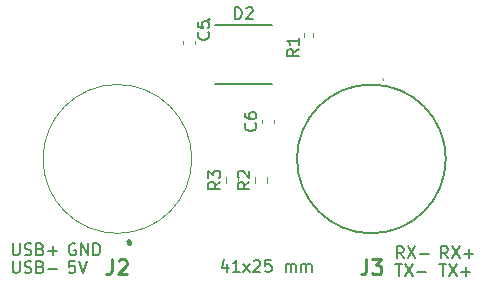
<source format=gto>
%TF.GenerationSoftware,KiCad,Pcbnew,9.0.4*%
%TF.CreationDate,2026-02-10T01:39:38-05:00*%
%TF.ProjectId,main_board_peripheral_v3,6d61696e-5f62-46f6-9172-645f70657269,rev?*%
%TF.SameCoordinates,Original*%
%TF.FileFunction,Legend,Top*%
%TF.FilePolarity,Positive*%
%FSLAX46Y46*%
G04 Gerber Fmt 4.6, Leading zero omitted, Abs format (unit mm)*
G04 Created by KiCad (PCBNEW 9.0.4) date 2026-02-10 01:39:38*
%MOMM*%
%LPD*%
G01*
G04 APERTURE LIST*
%ADD10C,0.200000*%
%ADD11C,0.254000*%
%ADD12C,0.150000*%
%ADD13C,0.100000*%
%ADD14C,0.400000*%
%ADD15C,0.120000*%
%ADD16C,0.127000*%
G04 APERTURE END LIST*
D10*
X100413863Y-101463219D02*
X99937673Y-101463219D01*
X99937673Y-101463219D02*
X99890054Y-101939409D01*
X99890054Y-101939409D02*
X99937673Y-101891790D01*
X99937673Y-101891790D02*
X100032911Y-101844171D01*
X100032911Y-101844171D02*
X100271006Y-101844171D01*
X100271006Y-101844171D02*
X100366244Y-101891790D01*
X100366244Y-101891790D02*
X100413863Y-101939409D01*
X100413863Y-101939409D02*
X100461482Y-102034647D01*
X100461482Y-102034647D02*
X100461482Y-102272742D01*
X100461482Y-102272742D02*
X100413863Y-102367980D01*
X100413863Y-102367980D02*
X100366244Y-102415600D01*
X100366244Y-102415600D02*
X100271006Y-102463219D01*
X100271006Y-102463219D02*
X100032911Y-102463219D01*
X100032911Y-102463219D02*
X99937673Y-102415600D01*
X99937673Y-102415600D02*
X99890054Y-102367980D01*
X100747197Y-101463219D02*
X101080530Y-102463219D01*
X101080530Y-102463219D02*
X101413863Y-101463219D01*
X131290816Y-101717219D02*
X131862244Y-101717219D01*
X131576530Y-102717219D02*
X131576530Y-101717219D01*
X132100340Y-101717219D02*
X132767006Y-102717219D01*
X132767006Y-101717219D02*
X132100340Y-102717219D01*
X133147959Y-102336266D02*
X133909864Y-102336266D01*
X133528911Y-102717219D02*
X133528911Y-101955314D01*
X128255101Y-101213219D02*
X127921768Y-100737028D01*
X127683673Y-101213219D02*
X127683673Y-100213219D01*
X127683673Y-100213219D02*
X128064625Y-100213219D01*
X128064625Y-100213219D02*
X128159863Y-100260838D01*
X128159863Y-100260838D02*
X128207482Y-100308457D01*
X128207482Y-100308457D02*
X128255101Y-100403695D01*
X128255101Y-100403695D02*
X128255101Y-100546552D01*
X128255101Y-100546552D02*
X128207482Y-100641790D01*
X128207482Y-100641790D02*
X128159863Y-100689409D01*
X128159863Y-100689409D02*
X128064625Y-100737028D01*
X128064625Y-100737028D02*
X127683673Y-100737028D01*
X128588435Y-100213219D02*
X129255101Y-101213219D01*
X129255101Y-100213219D02*
X128588435Y-101213219D01*
X129636054Y-100832266D02*
X130397959Y-100832266D01*
X95163673Y-99959219D02*
X95163673Y-100768742D01*
X95163673Y-100768742D02*
X95211292Y-100863980D01*
X95211292Y-100863980D02*
X95258911Y-100911600D01*
X95258911Y-100911600D02*
X95354149Y-100959219D01*
X95354149Y-100959219D02*
X95544625Y-100959219D01*
X95544625Y-100959219D02*
X95639863Y-100911600D01*
X95639863Y-100911600D02*
X95687482Y-100863980D01*
X95687482Y-100863980D02*
X95735101Y-100768742D01*
X95735101Y-100768742D02*
X95735101Y-99959219D01*
X96163673Y-100911600D02*
X96306530Y-100959219D01*
X96306530Y-100959219D02*
X96544625Y-100959219D01*
X96544625Y-100959219D02*
X96639863Y-100911600D01*
X96639863Y-100911600D02*
X96687482Y-100863980D01*
X96687482Y-100863980D02*
X96735101Y-100768742D01*
X96735101Y-100768742D02*
X96735101Y-100673504D01*
X96735101Y-100673504D02*
X96687482Y-100578266D01*
X96687482Y-100578266D02*
X96639863Y-100530647D01*
X96639863Y-100530647D02*
X96544625Y-100483028D01*
X96544625Y-100483028D02*
X96354149Y-100435409D01*
X96354149Y-100435409D02*
X96258911Y-100387790D01*
X96258911Y-100387790D02*
X96211292Y-100340171D01*
X96211292Y-100340171D02*
X96163673Y-100244933D01*
X96163673Y-100244933D02*
X96163673Y-100149695D01*
X96163673Y-100149695D02*
X96211292Y-100054457D01*
X96211292Y-100054457D02*
X96258911Y-100006838D01*
X96258911Y-100006838D02*
X96354149Y-99959219D01*
X96354149Y-99959219D02*
X96592244Y-99959219D01*
X96592244Y-99959219D02*
X96735101Y-100006838D01*
X97497006Y-100435409D02*
X97639863Y-100483028D01*
X97639863Y-100483028D02*
X97687482Y-100530647D01*
X97687482Y-100530647D02*
X97735101Y-100625885D01*
X97735101Y-100625885D02*
X97735101Y-100768742D01*
X97735101Y-100768742D02*
X97687482Y-100863980D01*
X97687482Y-100863980D02*
X97639863Y-100911600D01*
X97639863Y-100911600D02*
X97544625Y-100959219D01*
X97544625Y-100959219D02*
X97163673Y-100959219D01*
X97163673Y-100959219D02*
X97163673Y-99959219D01*
X97163673Y-99959219D02*
X97497006Y-99959219D01*
X97497006Y-99959219D02*
X97592244Y-100006838D01*
X97592244Y-100006838D02*
X97639863Y-100054457D01*
X97639863Y-100054457D02*
X97687482Y-100149695D01*
X97687482Y-100149695D02*
X97687482Y-100244933D01*
X97687482Y-100244933D02*
X97639863Y-100340171D01*
X97639863Y-100340171D02*
X97592244Y-100387790D01*
X97592244Y-100387790D02*
X97497006Y-100435409D01*
X97497006Y-100435409D02*
X97163673Y-100435409D01*
X98163673Y-100578266D02*
X98925578Y-100578266D01*
X98544625Y-100959219D02*
X98544625Y-100197314D01*
X127540816Y-101717219D02*
X128112244Y-101717219D01*
X127826530Y-102717219D02*
X127826530Y-101717219D01*
X128350340Y-101717219D02*
X129017006Y-102717219D01*
X129017006Y-101717219D02*
X128350340Y-102717219D01*
X129397959Y-102336266D02*
X130159864Y-102336266D01*
X95163673Y-101463219D02*
X95163673Y-102272742D01*
X95163673Y-102272742D02*
X95211292Y-102367980D01*
X95211292Y-102367980D02*
X95258911Y-102415600D01*
X95258911Y-102415600D02*
X95354149Y-102463219D01*
X95354149Y-102463219D02*
X95544625Y-102463219D01*
X95544625Y-102463219D02*
X95639863Y-102415600D01*
X95639863Y-102415600D02*
X95687482Y-102367980D01*
X95687482Y-102367980D02*
X95735101Y-102272742D01*
X95735101Y-102272742D02*
X95735101Y-101463219D01*
X96163673Y-102415600D02*
X96306530Y-102463219D01*
X96306530Y-102463219D02*
X96544625Y-102463219D01*
X96544625Y-102463219D02*
X96639863Y-102415600D01*
X96639863Y-102415600D02*
X96687482Y-102367980D01*
X96687482Y-102367980D02*
X96735101Y-102272742D01*
X96735101Y-102272742D02*
X96735101Y-102177504D01*
X96735101Y-102177504D02*
X96687482Y-102082266D01*
X96687482Y-102082266D02*
X96639863Y-102034647D01*
X96639863Y-102034647D02*
X96544625Y-101987028D01*
X96544625Y-101987028D02*
X96354149Y-101939409D01*
X96354149Y-101939409D02*
X96258911Y-101891790D01*
X96258911Y-101891790D02*
X96211292Y-101844171D01*
X96211292Y-101844171D02*
X96163673Y-101748933D01*
X96163673Y-101748933D02*
X96163673Y-101653695D01*
X96163673Y-101653695D02*
X96211292Y-101558457D01*
X96211292Y-101558457D02*
X96258911Y-101510838D01*
X96258911Y-101510838D02*
X96354149Y-101463219D01*
X96354149Y-101463219D02*
X96592244Y-101463219D01*
X96592244Y-101463219D02*
X96735101Y-101510838D01*
X97497006Y-101939409D02*
X97639863Y-101987028D01*
X97639863Y-101987028D02*
X97687482Y-102034647D01*
X97687482Y-102034647D02*
X97735101Y-102129885D01*
X97735101Y-102129885D02*
X97735101Y-102272742D01*
X97735101Y-102272742D02*
X97687482Y-102367980D01*
X97687482Y-102367980D02*
X97639863Y-102415600D01*
X97639863Y-102415600D02*
X97544625Y-102463219D01*
X97544625Y-102463219D02*
X97163673Y-102463219D01*
X97163673Y-102463219D02*
X97163673Y-101463219D01*
X97163673Y-101463219D02*
X97497006Y-101463219D01*
X97497006Y-101463219D02*
X97592244Y-101510838D01*
X97592244Y-101510838D02*
X97639863Y-101558457D01*
X97639863Y-101558457D02*
X97687482Y-101653695D01*
X97687482Y-101653695D02*
X97687482Y-101748933D01*
X97687482Y-101748933D02*
X97639863Y-101844171D01*
X97639863Y-101844171D02*
X97592244Y-101891790D01*
X97592244Y-101891790D02*
X97497006Y-101939409D01*
X97497006Y-101939409D02*
X97163673Y-101939409D01*
X98163673Y-102082266D02*
X98925578Y-102082266D01*
X100461482Y-100006838D02*
X100366244Y-99959219D01*
X100366244Y-99959219D02*
X100223387Y-99959219D01*
X100223387Y-99959219D02*
X100080530Y-100006838D01*
X100080530Y-100006838D02*
X99985292Y-100102076D01*
X99985292Y-100102076D02*
X99937673Y-100197314D01*
X99937673Y-100197314D02*
X99890054Y-100387790D01*
X99890054Y-100387790D02*
X99890054Y-100530647D01*
X99890054Y-100530647D02*
X99937673Y-100721123D01*
X99937673Y-100721123D02*
X99985292Y-100816361D01*
X99985292Y-100816361D02*
X100080530Y-100911600D01*
X100080530Y-100911600D02*
X100223387Y-100959219D01*
X100223387Y-100959219D02*
X100318625Y-100959219D01*
X100318625Y-100959219D02*
X100461482Y-100911600D01*
X100461482Y-100911600D02*
X100509101Y-100863980D01*
X100509101Y-100863980D02*
X100509101Y-100530647D01*
X100509101Y-100530647D02*
X100318625Y-100530647D01*
X100937673Y-100959219D02*
X100937673Y-99959219D01*
X100937673Y-99959219D02*
X101509101Y-100959219D01*
X101509101Y-100959219D02*
X101509101Y-99959219D01*
X101985292Y-100959219D02*
X101985292Y-99959219D01*
X101985292Y-99959219D02*
X102223387Y-99959219D01*
X102223387Y-99959219D02*
X102366244Y-100006838D01*
X102366244Y-100006838D02*
X102461482Y-100102076D01*
X102461482Y-100102076D02*
X102509101Y-100197314D01*
X102509101Y-100197314D02*
X102556720Y-100387790D01*
X102556720Y-100387790D02*
X102556720Y-100530647D01*
X102556720Y-100530647D02*
X102509101Y-100721123D01*
X102509101Y-100721123D02*
X102461482Y-100816361D01*
X102461482Y-100816361D02*
X102366244Y-100911600D01*
X102366244Y-100911600D02*
X102223387Y-100959219D01*
X102223387Y-100959219D02*
X101985292Y-100959219D01*
X113318244Y-101690552D02*
X113318244Y-102357219D01*
X113080149Y-101309600D02*
X112842054Y-102023885D01*
X112842054Y-102023885D02*
X113461101Y-102023885D01*
X114365863Y-102357219D02*
X113794435Y-102357219D01*
X114080149Y-102357219D02*
X114080149Y-101357219D01*
X114080149Y-101357219D02*
X113984911Y-101500076D01*
X113984911Y-101500076D02*
X113889673Y-101595314D01*
X113889673Y-101595314D02*
X113794435Y-101642933D01*
X114699197Y-102357219D02*
X115223006Y-101690552D01*
X114699197Y-101690552D02*
X115223006Y-102357219D01*
X115556340Y-101452457D02*
X115603959Y-101404838D01*
X115603959Y-101404838D02*
X115699197Y-101357219D01*
X115699197Y-101357219D02*
X115937292Y-101357219D01*
X115937292Y-101357219D02*
X116032530Y-101404838D01*
X116032530Y-101404838D02*
X116080149Y-101452457D01*
X116080149Y-101452457D02*
X116127768Y-101547695D01*
X116127768Y-101547695D02*
X116127768Y-101642933D01*
X116127768Y-101642933D02*
X116080149Y-101785790D01*
X116080149Y-101785790D02*
X115508721Y-102357219D01*
X115508721Y-102357219D02*
X116127768Y-102357219D01*
X117032530Y-101357219D02*
X116556340Y-101357219D01*
X116556340Y-101357219D02*
X116508721Y-101833409D01*
X116508721Y-101833409D02*
X116556340Y-101785790D01*
X116556340Y-101785790D02*
X116651578Y-101738171D01*
X116651578Y-101738171D02*
X116889673Y-101738171D01*
X116889673Y-101738171D02*
X116984911Y-101785790D01*
X116984911Y-101785790D02*
X117032530Y-101833409D01*
X117032530Y-101833409D02*
X117080149Y-101928647D01*
X117080149Y-101928647D02*
X117080149Y-102166742D01*
X117080149Y-102166742D02*
X117032530Y-102261980D01*
X117032530Y-102261980D02*
X116984911Y-102309600D01*
X116984911Y-102309600D02*
X116889673Y-102357219D01*
X116889673Y-102357219D02*
X116651578Y-102357219D01*
X116651578Y-102357219D02*
X116556340Y-102309600D01*
X116556340Y-102309600D02*
X116508721Y-102261980D01*
X118270626Y-102357219D02*
X118270626Y-101690552D01*
X118270626Y-101785790D02*
X118318245Y-101738171D01*
X118318245Y-101738171D02*
X118413483Y-101690552D01*
X118413483Y-101690552D02*
X118556340Y-101690552D01*
X118556340Y-101690552D02*
X118651578Y-101738171D01*
X118651578Y-101738171D02*
X118699197Y-101833409D01*
X118699197Y-101833409D02*
X118699197Y-102357219D01*
X118699197Y-101833409D02*
X118746816Y-101738171D01*
X118746816Y-101738171D02*
X118842054Y-101690552D01*
X118842054Y-101690552D02*
X118984911Y-101690552D01*
X118984911Y-101690552D02*
X119080150Y-101738171D01*
X119080150Y-101738171D02*
X119127769Y-101833409D01*
X119127769Y-101833409D02*
X119127769Y-102357219D01*
X119603959Y-102357219D02*
X119603959Y-101690552D01*
X119603959Y-101785790D02*
X119651578Y-101738171D01*
X119651578Y-101738171D02*
X119746816Y-101690552D01*
X119746816Y-101690552D02*
X119889673Y-101690552D01*
X119889673Y-101690552D02*
X119984911Y-101738171D01*
X119984911Y-101738171D02*
X120032530Y-101833409D01*
X120032530Y-101833409D02*
X120032530Y-102357219D01*
X120032530Y-101833409D02*
X120080149Y-101738171D01*
X120080149Y-101738171D02*
X120175387Y-101690552D01*
X120175387Y-101690552D02*
X120318244Y-101690552D01*
X120318244Y-101690552D02*
X120413483Y-101738171D01*
X120413483Y-101738171D02*
X120461102Y-101833409D01*
X120461102Y-101833409D02*
X120461102Y-102357219D01*
X132005101Y-101213219D02*
X131671768Y-100737028D01*
X131433673Y-101213219D02*
X131433673Y-100213219D01*
X131433673Y-100213219D02*
X131814625Y-100213219D01*
X131814625Y-100213219D02*
X131909863Y-100260838D01*
X131909863Y-100260838D02*
X131957482Y-100308457D01*
X131957482Y-100308457D02*
X132005101Y-100403695D01*
X132005101Y-100403695D02*
X132005101Y-100546552D01*
X132005101Y-100546552D02*
X131957482Y-100641790D01*
X131957482Y-100641790D02*
X131909863Y-100689409D01*
X131909863Y-100689409D02*
X131814625Y-100737028D01*
X131814625Y-100737028D02*
X131433673Y-100737028D01*
X132338435Y-100213219D02*
X133005101Y-101213219D01*
X133005101Y-100213219D02*
X132338435Y-101213219D01*
X133386054Y-100832266D02*
X134147959Y-100832266D01*
X133767006Y-101213219D02*
X133767006Y-100451314D01*
D11*
X103576667Y-101304318D02*
X103576667Y-102211461D01*
X103576667Y-102211461D02*
X103516190Y-102392889D01*
X103516190Y-102392889D02*
X103395238Y-102513842D01*
X103395238Y-102513842D02*
X103213809Y-102574318D01*
X103213809Y-102574318D02*
X103092857Y-102574318D01*
X104120952Y-101425270D02*
X104181428Y-101364794D01*
X104181428Y-101364794D02*
X104302381Y-101304318D01*
X104302381Y-101304318D02*
X104604762Y-101304318D01*
X104604762Y-101304318D02*
X104725714Y-101364794D01*
X104725714Y-101364794D02*
X104786190Y-101425270D01*
X104786190Y-101425270D02*
X104846667Y-101546222D01*
X104846667Y-101546222D02*
X104846667Y-101667175D01*
X104846667Y-101667175D02*
X104786190Y-101848603D01*
X104786190Y-101848603D02*
X104060476Y-102574318D01*
X104060476Y-102574318D02*
X104846667Y-102574318D01*
D10*
X119382219Y-83512666D02*
X118906028Y-83845999D01*
X119382219Y-84084094D02*
X118382219Y-84084094D01*
X118382219Y-84084094D02*
X118382219Y-83703142D01*
X118382219Y-83703142D02*
X118429838Y-83607904D01*
X118429838Y-83607904D02*
X118477457Y-83560285D01*
X118477457Y-83560285D02*
X118572695Y-83512666D01*
X118572695Y-83512666D02*
X118715552Y-83512666D01*
X118715552Y-83512666D02*
X118810790Y-83560285D01*
X118810790Y-83560285D02*
X118858409Y-83607904D01*
X118858409Y-83607904D02*
X118906028Y-83703142D01*
X118906028Y-83703142D02*
X118906028Y-84084094D01*
X119382219Y-82560285D02*
X119382219Y-83131713D01*
X119382219Y-82845999D02*
X118382219Y-82845999D01*
X118382219Y-82845999D02*
X118525076Y-82941237D01*
X118525076Y-82941237D02*
X118620314Y-83036475D01*
X118620314Y-83036475D02*
X118667933Y-83131713D01*
X111716980Y-82080666D02*
X111764600Y-82128285D01*
X111764600Y-82128285D02*
X111812219Y-82271142D01*
X111812219Y-82271142D02*
X111812219Y-82366380D01*
X111812219Y-82366380D02*
X111764600Y-82509237D01*
X111764600Y-82509237D02*
X111669361Y-82604475D01*
X111669361Y-82604475D02*
X111574123Y-82652094D01*
X111574123Y-82652094D02*
X111383647Y-82699713D01*
X111383647Y-82699713D02*
X111240790Y-82699713D01*
X111240790Y-82699713D02*
X111050314Y-82652094D01*
X111050314Y-82652094D02*
X110955076Y-82604475D01*
X110955076Y-82604475D02*
X110859838Y-82509237D01*
X110859838Y-82509237D02*
X110812219Y-82366380D01*
X110812219Y-82366380D02*
X110812219Y-82271142D01*
X110812219Y-82271142D02*
X110859838Y-82128285D01*
X110859838Y-82128285D02*
X110907457Y-82080666D01*
X110812219Y-81175904D02*
X110812219Y-81652094D01*
X110812219Y-81652094D02*
X111288409Y-81699713D01*
X111288409Y-81699713D02*
X111240790Y-81652094D01*
X111240790Y-81652094D02*
X111193171Y-81556856D01*
X111193171Y-81556856D02*
X111193171Y-81318761D01*
X111193171Y-81318761D02*
X111240790Y-81223523D01*
X111240790Y-81223523D02*
X111288409Y-81175904D01*
X111288409Y-81175904D02*
X111383647Y-81128285D01*
X111383647Y-81128285D02*
X111621742Y-81128285D01*
X111621742Y-81128285D02*
X111716980Y-81175904D01*
X111716980Y-81175904D02*
X111764600Y-81223523D01*
X111764600Y-81223523D02*
X111812219Y-81318761D01*
X111812219Y-81318761D02*
X111812219Y-81556856D01*
X111812219Y-81556856D02*
X111764600Y-81652094D01*
X111764600Y-81652094D02*
X111716980Y-81699713D01*
D12*
X112734819Y-94746666D02*
X112258628Y-95079999D01*
X112734819Y-95318094D02*
X111734819Y-95318094D01*
X111734819Y-95318094D02*
X111734819Y-94937142D01*
X111734819Y-94937142D02*
X111782438Y-94841904D01*
X111782438Y-94841904D02*
X111830057Y-94794285D01*
X111830057Y-94794285D02*
X111925295Y-94746666D01*
X111925295Y-94746666D02*
X112068152Y-94746666D01*
X112068152Y-94746666D02*
X112163390Y-94794285D01*
X112163390Y-94794285D02*
X112211009Y-94841904D01*
X112211009Y-94841904D02*
X112258628Y-94937142D01*
X112258628Y-94937142D02*
X112258628Y-95318094D01*
X111734819Y-94413332D02*
X111734819Y-93794285D01*
X111734819Y-93794285D02*
X112115771Y-94127618D01*
X112115771Y-94127618D02*
X112115771Y-93984761D01*
X112115771Y-93984761D02*
X112163390Y-93889523D01*
X112163390Y-93889523D02*
X112211009Y-93841904D01*
X112211009Y-93841904D02*
X112306247Y-93794285D01*
X112306247Y-93794285D02*
X112544342Y-93794285D01*
X112544342Y-93794285D02*
X112639580Y-93841904D01*
X112639580Y-93841904D02*
X112687200Y-93889523D01*
X112687200Y-93889523D02*
X112734819Y-93984761D01*
X112734819Y-93984761D02*
X112734819Y-94270475D01*
X112734819Y-94270475D02*
X112687200Y-94365713D01*
X112687200Y-94365713D02*
X112639580Y-94413332D01*
D10*
X113971905Y-80970219D02*
X113971905Y-79970219D01*
X113971905Y-79970219D02*
X114210000Y-79970219D01*
X114210000Y-79970219D02*
X114352857Y-80017838D01*
X114352857Y-80017838D02*
X114448095Y-80113076D01*
X114448095Y-80113076D02*
X114495714Y-80208314D01*
X114495714Y-80208314D02*
X114543333Y-80398790D01*
X114543333Y-80398790D02*
X114543333Y-80541647D01*
X114543333Y-80541647D02*
X114495714Y-80732123D01*
X114495714Y-80732123D02*
X114448095Y-80827361D01*
X114448095Y-80827361D02*
X114352857Y-80922600D01*
X114352857Y-80922600D02*
X114210000Y-80970219D01*
X114210000Y-80970219D02*
X113971905Y-80970219D01*
X114924286Y-80065457D02*
X114971905Y-80017838D01*
X114971905Y-80017838D02*
X115067143Y-79970219D01*
X115067143Y-79970219D02*
X115305238Y-79970219D01*
X115305238Y-79970219D02*
X115400476Y-80017838D01*
X115400476Y-80017838D02*
X115448095Y-80065457D01*
X115448095Y-80065457D02*
X115495714Y-80160695D01*
X115495714Y-80160695D02*
X115495714Y-80255933D01*
X115495714Y-80255933D02*
X115448095Y-80398790D01*
X115448095Y-80398790D02*
X114876667Y-80970219D01*
X114876667Y-80970219D02*
X115495714Y-80970219D01*
D11*
X125101667Y-101304318D02*
X125101667Y-102211461D01*
X125101667Y-102211461D02*
X125041190Y-102392889D01*
X125041190Y-102392889D02*
X124920238Y-102513842D01*
X124920238Y-102513842D02*
X124738809Y-102574318D01*
X124738809Y-102574318D02*
X124617857Y-102574318D01*
X125585476Y-101304318D02*
X126371667Y-101304318D01*
X126371667Y-101304318D02*
X125948333Y-101788127D01*
X125948333Y-101788127D02*
X126129762Y-101788127D01*
X126129762Y-101788127D02*
X126250714Y-101848603D01*
X126250714Y-101848603D02*
X126311190Y-101909080D01*
X126311190Y-101909080D02*
X126371667Y-102030032D01*
X126371667Y-102030032D02*
X126371667Y-102332413D01*
X126371667Y-102332413D02*
X126311190Y-102453365D01*
X126311190Y-102453365D02*
X126250714Y-102513842D01*
X126250714Y-102513842D02*
X126129762Y-102574318D01*
X126129762Y-102574318D02*
X125766905Y-102574318D01*
X125766905Y-102574318D02*
X125645952Y-102513842D01*
X125645952Y-102513842D02*
X125585476Y-102453365D01*
D10*
X115696980Y-89796666D02*
X115744600Y-89844285D01*
X115744600Y-89844285D02*
X115792219Y-89987142D01*
X115792219Y-89987142D02*
X115792219Y-90082380D01*
X115792219Y-90082380D02*
X115744600Y-90225237D01*
X115744600Y-90225237D02*
X115649361Y-90320475D01*
X115649361Y-90320475D02*
X115554123Y-90368094D01*
X115554123Y-90368094D02*
X115363647Y-90415713D01*
X115363647Y-90415713D02*
X115220790Y-90415713D01*
X115220790Y-90415713D02*
X115030314Y-90368094D01*
X115030314Y-90368094D02*
X114935076Y-90320475D01*
X114935076Y-90320475D02*
X114839838Y-90225237D01*
X114839838Y-90225237D02*
X114792219Y-90082380D01*
X114792219Y-90082380D02*
X114792219Y-89987142D01*
X114792219Y-89987142D02*
X114839838Y-89844285D01*
X114839838Y-89844285D02*
X114887457Y-89796666D01*
X114792219Y-88939523D02*
X114792219Y-89129999D01*
X114792219Y-89129999D02*
X114839838Y-89225237D01*
X114839838Y-89225237D02*
X114887457Y-89272856D01*
X114887457Y-89272856D02*
X115030314Y-89368094D01*
X115030314Y-89368094D02*
X115220790Y-89415713D01*
X115220790Y-89415713D02*
X115601742Y-89415713D01*
X115601742Y-89415713D02*
X115696980Y-89368094D01*
X115696980Y-89368094D02*
X115744600Y-89320475D01*
X115744600Y-89320475D02*
X115792219Y-89225237D01*
X115792219Y-89225237D02*
X115792219Y-89034761D01*
X115792219Y-89034761D02*
X115744600Y-88939523D01*
X115744600Y-88939523D02*
X115696980Y-88891904D01*
X115696980Y-88891904D02*
X115601742Y-88844285D01*
X115601742Y-88844285D02*
X115363647Y-88844285D01*
X115363647Y-88844285D02*
X115268409Y-88891904D01*
X115268409Y-88891904D02*
X115220790Y-88939523D01*
X115220790Y-88939523D02*
X115173171Y-89034761D01*
X115173171Y-89034761D02*
X115173171Y-89225237D01*
X115173171Y-89225237D02*
X115220790Y-89320475D01*
X115220790Y-89320475D02*
X115268409Y-89368094D01*
X115268409Y-89368094D02*
X115363647Y-89415713D01*
D12*
X115204819Y-94766666D02*
X114728628Y-95099999D01*
X115204819Y-95338094D02*
X114204819Y-95338094D01*
X114204819Y-95338094D02*
X114204819Y-94957142D01*
X114204819Y-94957142D02*
X114252438Y-94861904D01*
X114252438Y-94861904D02*
X114300057Y-94814285D01*
X114300057Y-94814285D02*
X114395295Y-94766666D01*
X114395295Y-94766666D02*
X114538152Y-94766666D01*
X114538152Y-94766666D02*
X114633390Y-94814285D01*
X114633390Y-94814285D02*
X114681009Y-94861904D01*
X114681009Y-94861904D02*
X114728628Y-94957142D01*
X114728628Y-94957142D02*
X114728628Y-95338094D01*
X114300057Y-94385713D02*
X114252438Y-94338094D01*
X114252438Y-94338094D02*
X114204819Y-94242856D01*
X114204819Y-94242856D02*
X114204819Y-94004761D01*
X114204819Y-94004761D02*
X114252438Y-93909523D01*
X114252438Y-93909523D02*
X114300057Y-93861904D01*
X114300057Y-93861904D02*
X114395295Y-93814285D01*
X114395295Y-93814285D02*
X114490533Y-93814285D01*
X114490533Y-93814285D02*
X114633390Y-93861904D01*
X114633390Y-93861904D02*
X115204819Y-94433332D01*
X115204819Y-94433332D02*
X115204819Y-93814285D01*
D13*
%TO.C,J2*%
X104025000Y-86500000D02*
X104025000Y-86500000D01*
X104025000Y-99100000D02*
X104025000Y-99100000D01*
D14*
X105000000Y-99800000D02*
X105000000Y-99800000D01*
X105000000Y-99900000D02*
X105000000Y-99900000D01*
D13*
X104025000Y-86500000D02*
G75*
G02*
X104025000Y-99100000I0J-6300000D01*
G01*
X104025000Y-99100000D02*
G75*
G02*
X104025000Y-86500000I0J6300000D01*
G01*
D14*
X105000000Y-99800000D02*
G75*
G02*
X105000000Y-99900000I0J-50000D01*
G01*
X105000000Y-99900000D02*
G75*
G02*
X105000000Y-99800000I0J50000D01*
G01*
D15*
%TO.C,R1*%
X119820000Y-82176359D02*
X119820000Y-82483641D01*
X120580000Y-82176359D02*
X120580000Y-82483641D01*
%TO.C,C5*%
X109580000Y-83070580D02*
X109580000Y-82789420D01*
X110600000Y-83070580D02*
X110600000Y-82789420D01*
%TO.C,R3*%
X113187500Y-94817258D02*
X113187500Y-94342742D01*
X114232500Y-94817258D02*
X114232500Y-94342742D01*
D16*
%TO.C,D2*%
X112310000Y-81470000D02*
X117110000Y-81470000D01*
X112310000Y-86470000D02*
X117110000Y-86470000D01*
D10*
X111840000Y-81010000D02*
G75*
G02*
X111640000Y-81010000I-100000J0D01*
G01*
X111640000Y-81010000D02*
G75*
G02*
X111840000Y-81010000I100000J0D01*
G01*
%TO.C,J3*%
X119225000Y-92800000D02*
X119225000Y-92800000D01*
D13*
X126500000Y-86000000D02*
X126500000Y-86000000D01*
X126500000Y-86100000D02*
X126500000Y-86100000D01*
D10*
X131825000Y-92800000D02*
X131825000Y-92800000D01*
X119225000Y-92800000D02*
G75*
G02*
X131825000Y-92800000I6300000J0D01*
G01*
D13*
X126500000Y-86000000D02*
G75*
G02*
X126500000Y-86100000I0J-50000D01*
G01*
X126500000Y-86100000D02*
G75*
G02*
X126500000Y-86000000I0J50000D01*
G01*
D10*
X131825000Y-92800000D02*
G75*
G02*
X119225000Y-92800000I-6300000J0D01*
G01*
D15*
%TO.C,C6*%
X116260000Y-89770580D02*
X116260000Y-89489420D01*
X117280000Y-89770580D02*
X117280000Y-89489420D01*
%TO.C,R2*%
X115657500Y-94837258D02*
X115657500Y-94362742D01*
X116702500Y-94837258D02*
X116702500Y-94362742D01*
%TD*%
M02*

</source>
